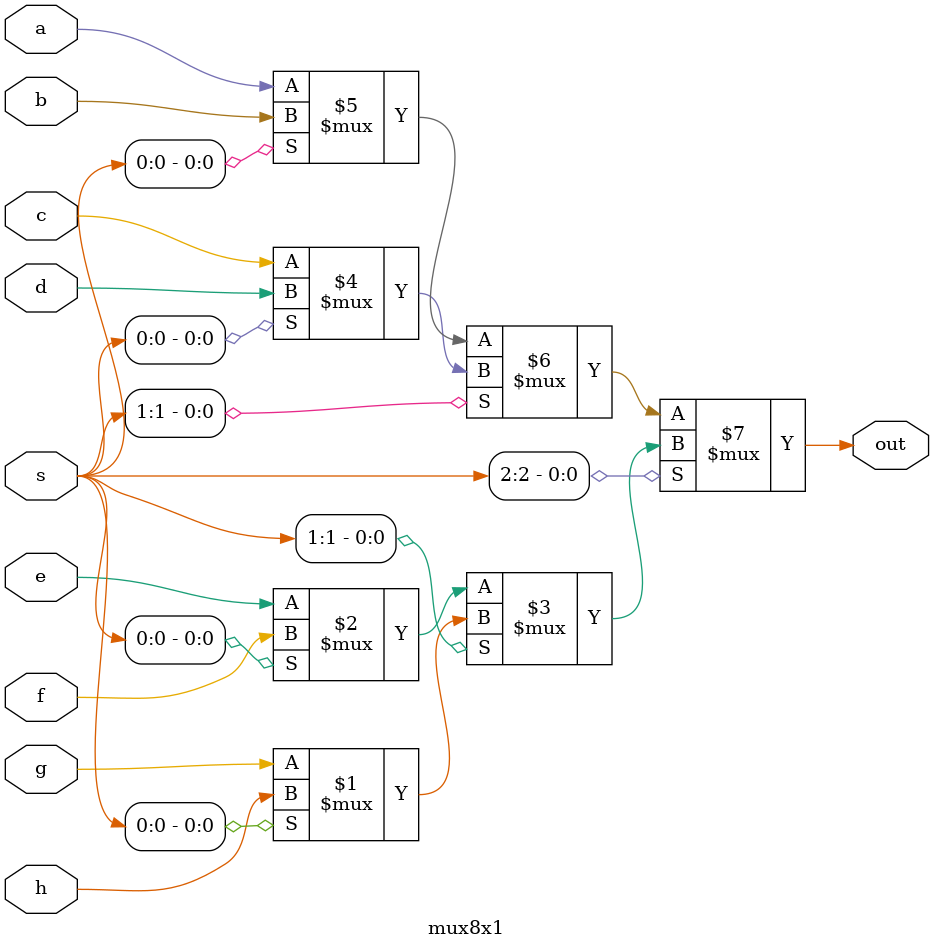
<source format=v>
module mux8x1(a,b,c,d,e,f,g,h,s,out);
  input a,b,c,d,e,f,g,h;
  input [2:0]s;
  output out;
  assign out= s[2]?(s[1]?(s[0]?h:g):(s[0] ? f:e)):(s[1] ? (s[0]? d:c):(s[0]? b:a));
endmodule
  

</source>
